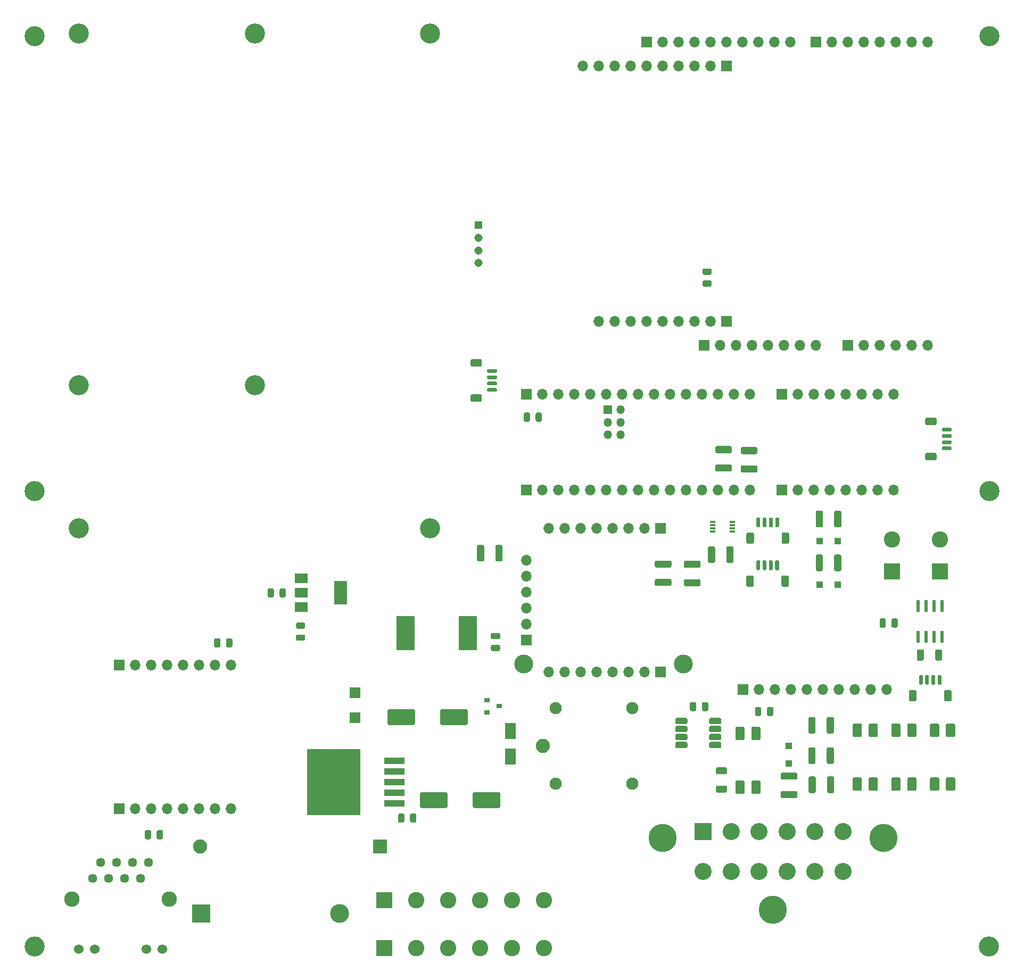
<source format=gbr>
%TF.GenerationSoftware,KiCad,Pcbnew,(5.1.12)-1*%
%TF.CreationDate,2022-02-13T14:46:26-06:00*%
%TF.ProjectId,AS12,41533132-2e6b-4696-9361-645f70636258,rev?*%
%TF.SameCoordinates,Original*%
%TF.FileFunction,Soldermask,Top*%
%TF.FilePolarity,Negative*%
%FSLAX46Y46*%
G04 Gerber Fmt 4.6, Leading zero omitted, Abs format (unit mm)*
G04 Created by KiCad (PCBNEW (5.1.12)-1) date 2022-02-13 14:46:26*
%MOMM*%
%LPD*%
G01*
G04 APERTURE LIST*
%ADD10C,1.950000*%
%ADD11C,2.250000*%
%ADD12C,3.200000*%
%ADD13R,1.800000X1.800000*%
%ADD14R,0.530000X1.980000*%
%ADD15R,1.800000X2.500000*%
%ADD16R,2.000000X1.500000*%
%ADD17R,2.000000X3.800000*%
%ADD18R,8.460000X10.530000*%
%ADD19R,3.210000X1.050000*%
%ADD20R,2.900000X5.400000*%
%ADD21C,2.600000*%
%ADD22R,2.600000X2.600000*%
%ADD23R,1.100000X1.100000*%
%ADD24O,1.700000X1.700000*%
%ADD25R,1.700000X1.700000*%
%ADD26C,2.445000*%
%ADD27C,1.530000*%
%ADD28C,1.446000*%
%ADD29R,2.250000X2.250000*%
%ADD30C,1.308000*%
%ADD31R,1.308000X1.308000*%
%ADD32C,3.000000*%
%ADD33R,0.900000X0.800000*%
%ADD34O,1.350000X1.350000*%
%ADD35R,1.350000X1.350000*%
%ADD36C,4.485000*%
%ADD37C,2.715000*%
%ADD38R,2.715000X2.715000*%
%ADD39R,0.850000X0.300000*%
%ADD40R,3.000000X3.000000*%
G04 APERTURE END LIST*
D10*
%TO.C,K1*%
X118628540Y-130497580D03*
X118628540Y-142497580D03*
X106428540Y-142497580D03*
D11*
X104428540Y-136497580D03*
D10*
X106428540Y-130497580D03*
%TD*%
D12*
%TO.C,REF\u002A\u002A*%
X58601220Y-23133960D03*
X58601220Y-79133960D03*
X30601220Y-79133960D03*
X30601220Y-23133960D03*
X86481220Y-23133960D03*
X86481220Y-101873960D03*
X30601220Y-101873960D03*
%TD*%
D13*
%TO.C,D2*%
X74554080Y-128065780D03*
X74554080Y-132065780D03*
%TD*%
D14*
%TO.C,U6*%
X167918160Y-119186020D03*
X166648160Y-119186020D03*
X165378160Y-119186020D03*
X164108160Y-119186020D03*
X164108160Y-114256020D03*
X165378160Y-114256020D03*
X166648160Y-114256020D03*
X167918160Y-114256020D03*
%TD*%
%TO.C,C6*%
G36*
G01*
X65417680Y-118786060D02*
X66367680Y-118786060D01*
G75*
G02*
X66617680Y-119036060I0J-250000D01*
G01*
X66617680Y-119536060D01*
G75*
G02*
X66367680Y-119786060I-250000J0D01*
G01*
X65417680Y-119786060D01*
G75*
G02*
X65167680Y-119536060I0J250000D01*
G01*
X65167680Y-119036060D01*
G75*
G02*
X65417680Y-118786060I250000J0D01*
G01*
G37*
G36*
G01*
X65417680Y-116886060D02*
X66367680Y-116886060D01*
G75*
G02*
X66617680Y-117136060I0J-250000D01*
G01*
X66617680Y-117636060D01*
G75*
G02*
X66367680Y-117886060I-250000J0D01*
G01*
X65417680Y-117886060D01*
G75*
G02*
X65167680Y-117636060I0J250000D01*
G01*
X65167680Y-117136060D01*
G75*
G02*
X65417680Y-116886060I250000J0D01*
G01*
G37*
%TD*%
%TO.C,J25*%
G36*
G01*
X163852500Y-127892899D02*
X163852500Y-129192901D01*
G75*
G02*
X163602501Y-129442900I-249999J0D01*
G01*
X162902499Y-129442900D01*
G75*
G02*
X162652500Y-129192901I0J249999D01*
G01*
X162652500Y-127892899D01*
G75*
G02*
X162902499Y-127642900I249999J0D01*
G01*
X163602501Y-127642900D01*
G75*
G02*
X163852500Y-127892899I0J-249999D01*
G01*
G37*
G36*
G01*
X169452500Y-127892899D02*
X169452500Y-129192901D01*
G75*
G02*
X169202501Y-129442900I-249999J0D01*
G01*
X168502499Y-129442900D01*
G75*
G02*
X168252500Y-129192901I0J249999D01*
G01*
X168252500Y-127892899D01*
G75*
G02*
X168502499Y-127642900I249999J0D01*
G01*
X169202501Y-127642900D01*
G75*
G02*
X169452500Y-127892899I0J-249999D01*
G01*
G37*
G36*
G01*
X164852500Y-125392900D02*
X164852500Y-126642900D01*
G75*
G02*
X164702500Y-126792900I-150000J0D01*
G01*
X164402500Y-126792900D01*
G75*
G02*
X164252500Y-126642900I0J150000D01*
G01*
X164252500Y-125392900D01*
G75*
G02*
X164402500Y-125242900I150000J0D01*
G01*
X164702500Y-125242900D01*
G75*
G02*
X164852500Y-125392900I0J-150000D01*
G01*
G37*
G36*
G01*
X165852500Y-125392900D02*
X165852500Y-126642900D01*
G75*
G02*
X165702500Y-126792900I-150000J0D01*
G01*
X165402500Y-126792900D01*
G75*
G02*
X165252500Y-126642900I0J150000D01*
G01*
X165252500Y-125392900D01*
G75*
G02*
X165402500Y-125242900I150000J0D01*
G01*
X165702500Y-125242900D01*
G75*
G02*
X165852500Y-125392900I0J-150000D01*
G01*
G37*
G36*
G01*
X166852500Y-125392900D02*
X166852500Y-126642900D01*
G75*
G02*
X166702500Y-126792900I-150000J0D01*
G01*
X166402500Y-126792900D01*
G75*
G02*
X166252500Y-126642900I0J150000D01*
G01*
X166252500Y-125392900D01*
G75*
G02*
X166402500Y-125242900I150000J0D01*
G01*
X166702500Y-125242900D01*
G75*
G02*
X166852500Y-125392900I0J-150000D01*
G01*
G37*
G36*
G01*
X167852500Y-125392900D02*
X167852500Y-126642900D01*
G75*
G02*
X167702500Y-126792900I-150000J0D01*
G01*
X167402500Y-126792900D01*
G75*
G02*
X167252500Y-126642900I0J150000D01*
G01*
X167252500Y-125392900D01*
G75*
G02*
X167402500Y-125242900I150000J0D01*
G01*
X167702500Y-125242900D01*
G75*
G02*
X167852500Y-125392900I0J-150000D01*
G01*
G37*
%TD*%
D12*
%TO.C, *%
X23548340Y-95972630D03*
%TD*%
%TO.C, *%
X175493680Y-95998030D03*
%TD*%
D15*
%TO.C,D4*%
X99260660Y-134184640D03*
X99260660Y-138184640D03*
%TD*%
D16*
%TO.C,IC3*%
X65960860Y-109830840D03*
X65960860Y-114430840D03*
X65960860Y-112130840D03*
D17*
X72260860Y-112130840D03*
%TD*%
D18*
%TO.C,IC2*%
X71153140Y-142298420D03*
D19*
X80783140Y-138898420D03*
X80783140Y-140598420D03*
X80783140Y-142298420D03*
X80783140Y-143998420D03*
X80783140Y-145698420D03*
%TD*%
%TO.C,C2*%
G36*
G01*
X82394640Y-147520640D02*
X82394640Y-148470640D01*
G75*
G02*
X82144640Y-148720640I-250000J0D01*
G01*
X81644640Y-148720640D01*
G75*
G02*
X81394640Y-148470640I0J250000D01*
G01*
X81394640Y-147520640D01*
G75*
G02*
X81644640Y-147270640I250000J0D01*
G01*
X82144640Y-147270640D01*
G75*
G02*
X82394640Y-147520640I0J-250000D01*
G01*
G37*
G36*
G01*
X84294640Y-147520640D02*
X84294640Y-148470640D01*
G75*
G02*
X84044640Y-148720640I-250000J0D01*
G01*
X83544640Y-148720640D01*
G75*
G02*
X83294640Y-148470640I0J250000D01*
G01*
X83294640Y-147520640D01*
G75*
G02*
X83544640Y-147270640I250000J0D01*
G01*
X84044640Y-147270640D01*
G75*
G02*
X84294640Y-147520640I0J-250000D01*
G01*
G37*
%TD*%
D20*
%TO.C,L1*%
X92498720Y-118574820D03*
X82598720Y-118574820D03*
%TD*%
%TO.C,C10*%
G36*
G01*
X84093300Y-130942840D02*
X84093300Y-132942840D01*
G75*
G02*
X83843300Y-133192840I-250000J0D01*
G01*
X79943300Y-133192840D01*
G75*
G02*
X79693300Y-132942840I0J250000D01*
G01*
X79693300Y-130942840D01*
G75*
G02*
X79943300Y-130692840I250000J0D01*
G01*
X83843300Y-130692840D01*
G75*
G02*
X84093300Y-130942840I0J-250000D01*
G01*
G37*
G36*
G01*
X92493300Y-130942840D02*
X92493300Y-132942840D01*
G75*
G02*
X92243300Y-133192840I-250000J0D01*
G01*
X88343300Y-133192840D01*
G75*
G02*
X88093300Y-132942840I0J250000D01*
G01*
X88093300Y-130942840D01*
G75*
G02*
X88343300Y-130692840I250000J0D01*
G01*
X92243300Y-130692840D01*
G75*
G02*
X92493300Y-130942840I0J-250000D01*
G01*
G37*
%TD*%
%TO.C,C9*%
G36*
G01*
X93269820Y-146143220D02*
X93269820Y-144143220D01*
G75*
G02*
X93519820Y-143893220I250000J0D01*
G01*
X97419820Y-143893220D01*
G75*
G02*
X97669820Y-144143220I0J-250000D01*
G01*
X97669820Y-146143220D01*
G75*
G02*
X97419820Y-146393220I-250000J0D01*
G01*
X93519820Y-146393220D01*
G75*
G02*
X93269820Y-146143220I0J250000D01*
G01*
G37*
G36*
G01*
X84869820Y-146143220D02*
X84869820Y-144143220D01*
G75*
G02*
X85119820Y-143893220I250000J0D01*
G01*
X89019820Y-143893220D01*
G75*
G02*
X89269820Y-144143220I0J-250000D01*
G01*
X89269820Y-146143220D01*
G75*
G02*
X89019820Y-146393220I-250000J0D01*
G01*
X85119820Y-146393220D01*
G75*
G02*
X84869820Y-146143220I0J250000D01*
G01*
G37*
%TD*%
%TO.C,R14*%
G36*
G01*
X150775240Y-101493901D02*
X150775240Y-99343899D01*
G75*
G02*
X151025239Y-99093900I249999J0D01*
G01*
X151650241Y-99093900D01*
G75*
G02*
X151900240Y-99343899I0J-249999D01*
G01*
X151900240Y-101493901D01*
G75*
G02*
X151650241Y-101743900I-249999J0D01*
G01*
X151025239Y-101743900D01*
G75*
G02*
X150775240Y-101493901I0J249999D01*
G01*
G37*
G36*
G01*
X147850240Y-101493901D02*
X147850240Y-99343899D01*
G75*
G02*
X148100239Y-99093900I249999J0D01*
G01*
X148725241Y-99093900D01*
G75*
G02*
X148975240Y-99343899I0J-249999D01*
G01*
X148975240Y-101493901D01*
G75*
G02*
X148725241Y-101743900I-249999J0D01*
G01*
X148100239Y-101743900D01*
G75*
G02*
X147850240Y-101493901I0J249999D01*
G01*
G37*
%TD*%
%TO.C,R13*%
G36*
G01*
X150775240Y-108465353D02*
X150775240Y-106315351D01*
G75*
G02*
X151025239Y-106065352I249999J0D01*
G01*
X151650241Y-106065352D01*
G75*
G02*
X151900240Y-106315351I0J-249999D01*
G01*
X151900240Y-108465353D01*
G75*
G02*
X151650241Y-108715352I-249999J0D01*
G01*
X151025239Y-108715352D01*
G75*
G02*
X150775240Y-108465353I0J249999D01*
G01*
G37*
G36*
G01*
X147850240Y-108465353D02*
X147850240Y-106315351D01*
G75*
G02*
X148100239Y-106065352I249999J0D01*
G01*
X148725241Y-106065352D01*
G75*
G02*
X148975240Y-106315351I0J-249999D01*
G01*
X148975240Y-108465353D01*
G75*
G02*
X148725241Y-108715352I-249999J0D01*
G01*
X148100239Y-108715352D01*
G75*
G02*
X147850240Y-108465353I0J249999D01*
G01*
G37*
%TD*%
D21*
%TO.C,KF2*%
X159990660Y-103659940D03*
X167610660Y-103659940D03*
D22*
X159990660Y-108739940D03*
X167610660Y-108739940D03*
%TD*%
D23*
%TO.C,D6*%
X151292740Y-110876080D03*
X148492740Y-110876080D03*
%TD*%
%TO.C,D5*%
X151292740Y-103904626D03*
X148492740Y-103904626D03*
%TD*%
%TO.C,R12*%
G36*
G01*
X132222079Y-142837740D02*
X133472081Y-142837740D01*
G75*
G02*
X133722080Y-143087739I0J-249999D01*
G01*
X133722080Y-143712741D01*
G75*
G02*
X133472081Y-143962740I-249999J0D01*
G01*
X132222079Y-143962740D01*
G75*
G02*
X131972080Y-143712741I0J249999D01*
G01*
X131972080Y-143087739D01*
G75*
G02*
X132222079Y-142837740I249999J0D01*
G01*
G37*
G36*
G01*
X132222079Y-139912740D02*
X133472081Y-139912740D01*
G75*
G02*
X133722080Y-140162739I0J-249999D01*
G01*
X133722080Y-140787741D01*
G75*
G02*
X133472081Y-141037740I-249999J0D01*
G01*
X132222079Y-141037740D01*
G75*
G02*
X131972080Y-140787741I0J249999D01*
G01*
X131972080Y-140162739D01*
G75*
G02*
X132222079Y-139912740I249999J0D01*
G01*
G37*
%TD*%
%TO.C,R11*%
G36*
G01*
X165038200Y-121432159D02*
X165038200Y-122682161D01*
G75*
G02*
X164788201Y-122932160I-249999J0D01*
G01*
X164163199Y-122932160D01*
G75*
G02*
X163913200Y-122682161I0J249999D01*
G01*
X163913200Y-121432159D01*
G75*
G02*
X164163199Y-121182160I249999J0D01*
G01*
X164788201Y-121182160D01*
G75*
G02*
X165038200Y-121432159I0J-249999D01*
G01*
G37*
G36*
G01*
X167963200Y-121432159D02*
X167963200Y-122682161D01*
G75*
G02*
X167713201Y-122932160I-249999J0D01*
G01*
X167088199Y-122932160D01*
G75*
G02*
X166838200Y-122682161I0J249999D01*
G01*
X166838200Y-121432159D01*
G75*
G02*
X167088199Y-121182160I249999J0D01*
G01*
X167713201Y-121182160D01*
G75*
G02*
X167963200Y-121432159I0J-249999D01*
G01*
G37*
%TD*%
%TO.C,U7*%
G36*
G01*
X137847180Y-142023000D02*
X138794380Y-142023000D01*
G75*
G02*
X139060780Y-142289400I0J-266400D01*
G01*
X139060780Y-143906600D01*
G75*
G02*
X138794380Y-144173000I-266400J0D01*
G01*
X137847180Y-144173000D01*
G75*
G02*
X137580780Y-143906600I0J266400D01*
G01*
X137580780Y-142289400D01*
G75*
G02*
X137847180Y-142023000I266400J0D01*
G01*
G37*
G36*
G01*
X135307180Y-142023000D02*
X136254380Y-142023000D01*
G75*
G02*
X136520780Y-142289400I0J-266400D01*
G01*
X136520780Y-143906600D01*
G75*
G02*
X136254380Y-144173000I-266400J0D01*
G01*
X135307180Y-144173000D01*
G75*
G02*
X135040780Y-143906600I0J266400D01*
G01*
X135040780Y-142289400D01*
G75*
G02*
X135307180Y-142023000I266400J0D01*
G01*
G37*
G36*
G01*
X135307180Y-133463000D02*
X136254380Y-133463000D01*
G75*
G02*
X136520780Y-133729400I0J-266400D01*
G01*
X136520780Y-135346600D01*
G75*
G02*
X136254380Y-135613000I-266400J0D01*
G01*
X135307180Y-135613000D01*
G75*
G02*
X135040780Y-135346600I0J266400D01*
G01*
X135040780Y-133729400D01*
G75*
G02*
X135307180Y-133463000I266400J0D01*
G01*
G37*
G36*
G01*
X137847180Y-133463000D02*
X138794380Y-133463000D01*
G75*
G02*
X139060780Y-133729400I0J-266400D01*
G01*
X139060780Y-135346600D01*
G75*
G02*
X138794380Y-135613000I-266400J0D01*
G01*
X137847180Y-135613000D01*
G75*
G02*
X137580780Y-135346600I0J266400D01*
G01*
X137580780Y-133729400D01*
G75*
G02*
X137847180Y-133463000I266400J0D01*
G01*
G37*
%TD*%
%TO.C,R10*%
G36*
G01*
X96878980Y-106929503D02*
X96878980Y-104779497D01*
G75*
G02*
X97128977Y-104529500I249997J0D01*
G01*
X97753983Y-104529500D01*
G75*
G02*
X98003980Y-104779497I0J-249997D01*
G01*
X98003980Y-106929503D01*
G75*
G02*
X97753983Y-107179500I-249997J0D01*
G01*
X97128977Y-107179500D01*
G75*
G02*
X96878980Y-106929503I0J249997D01*
G01*
G37*
G36*
G01*
X93953980Y-106929503D02*
X93953980Y-104779497D01*
G75*
G02*
X94203977Y-104529500I249997J0D01*
G01*
X94828983Y-104529500D01*
G75*
G02*
X95078980Y-104779497I0J-249997D01*
G01*
X95078980Y-106929503D01*
G75*
G02*
X94828983Y-107179500I-249997J0D01*
G01*
X94203977Y-107179500D01*
G75*
G02*
X93953980Y-106929503I0J249997D01*
G01*
G37*
%TD*%
%TO.C,C5*%
G36*
G01*
X129733460Y-130736360D02*
X129733460Y-129786360D01*
G75*
G02*
X129983460Y-129536360I250000J0D01*
G01*
X130483460Y-129536360D01*
G75*
G02*
X130733460Y-129786360I0J-250000D01*
G01*
X130733460Y-130736360D01*
G75*
G02*
X130483460Y-130986360I-250000J0D01*
G01*
X129983460Y-130986360D01*
G75*
G02*
X129733460Y-130736360I0J250000D01*
G01*
G37*
G36*
G01*
X127833460Y-130736360D02*
X127833460Y-129786360D01*
G75*
G02*
X128083460Y-129536360I250000J0D01*
G01*
X128583460Y-129536360D01*
G75*
G02*
X128833460Y-129786360I0J-250000D01*
G01*
X128833460Y-130736360D01*
G75*
G02*
X128583460Y-130986360I-250000J0D01*
G01*
X128083460Y-130986360D01*
G75*
G02*
X127833460Y-130736360I0J250000D01*
G01*
G37*
%TD*%
D24*
%TO.C,J24*%
X54795000Y-123679400D03*
X52255000Y-123679400D03*
X49715000Y-123679400D03*
X47175000Y-123679400D03*
X44635000Y-123679400D03*
X42095000Y-123679400D03*
X39555000Y-123679400D03*
D25*
X37015000Y-123679400D03*
%TD*%
D24*
%TO.C,J2*%
X54795000Y-146539400D03*
X52255000Y-146539400D03*
X49715000Y-146539400D03*
X47175000Y-146539400D03*
X44635000Y-146539400D03*
X42095000Y-146539400D03*
X39555000Y-146539400D03*
D25*
X37015000Y-146539400D03*
%TD*%
%TO.C,C13*%
G36*
G01*
X53136380Y-119651760D02*
X53136380Y-120601760D01*
G75*
G02*
X52886380Y-120851760I-250000J0D01*
G01*
X52386380Y-120851760D01*
G75*
G02*
X52136380Y-120601760I0J250000D01*
G01*
X52136380Y-119651760D01*
G75*
G02*
X52386380Y-119401760I250000J0D01*
G01*
X52886380Y-119401760D01*
G75*
G02*
X53136380Y-119651760I0J-250000D01*
G01*
G37*
G36*
G01*
X55036380Y-119651760D02*
X55036380Y-120601760D01*
G75*
G02*
X54786380Y-120851760I-250000J0D01*
G01*
X54286380Y-120851760D01*
G75*
G02*
X54036380Y-120601760I0J250000D01*
G01*
X54036380Y-119651760D01*
G75*
G02*
X54286380Y-119401760I250000J0D01*
G01*
X54786380Y-119401760D01*
G75*
G02*
X55036380Y-119651760I0J-250000D01*
G01*
G37*
%TD*%
%TO.C,U4*%
G36*
G01*
X130868760Y-136682760D02*
X130868760Y-136082760D01*
G75*
G02*
X131068760Y-135882760I200000J0D01*
G01*
X132618760Y-135882760D01*
G75*
G02*
X132818760Y-136082760I0J-200000D01*
G01*
X132818760Y-136682760D01*
G75*
G02*
X132618760Y-136882760I-200000J0D01*
G01*
X131068760Y-136882760D01*
G75*
G02*
X130868760Y-136682760I0J200000D01*
G01*
G37*
G36*
G01*
X130868760Y-135412760D02*
X130868760Y-134812760D01*
G75*
G02*
X131068760Y-134612760I200000J0D01*
G01*
X132618760Y-134612760D01*
G75*
G02*
X132818760Y-134812760I0J-200000D01*
G01*
X132818760Y-135412760D01*
G75*
G02*
X132618760Y-135612760I-200000J0D01*
G01*
X131068760Y-135612760D01*
G75*
G02*
X130868760Y-135412760I0J200000D01*
G01*
G37*
G36*
G01*
X130868760Y-132872760D02*
X130868760Y-132272760D01*
G75*
G02*
X131068760Y-132072760I200000J0D01*
G01*
X132618760Y-132072760D01*
G75*
G02*
X132818760Y-132272760I0J-200000D01*
G01*
X132818760Y-132872760D01*
G75*
G02*
X132618760Y-133072760I-200000J0D01*
G01*
X131068760Y-133072760D01*
G75*
G02*
X130868760Y-132872760I0J200000D01*
G01*
G37*
G36*
G01*
X127418760Y-136082760D02*
X127418760Y-136682760D01*
G75*
G02*
X127218760Y-136882760I-200000J0D01*
G01*
X125668760Y-136882760D01*
G75*
G02*
X125468760Y-136682760I0J200000D01*
G01*
X125468760Y-136082760D01*
G75*
G02*
X125668760Y-135882760I200000J0D01*
G01*
X127218760Y-135882760D01*
G75*
G02*
X127418760Y-136082760I0J-200000D01*
G01*
G37*
G36*
G01*
X125468760Y-135412760D02*
X125468760Y-134812760D01*
G75*
G02*
X125668760Y-134612760I200000J0D01*
G01*
X127218760Y-134612760D01*
G75*
G02*
X127418760Y-134812760I0J-200000D01*
G01*
X127418760Y-135412760D01*
G75*
G02*
X127218760Y-135612760I-200000J0D01*
G01*
X125668760Y-135612760D01*
G75*
G02*
X125468760Y-135412760I0J200000D01*
G01*
G37*
G36*
G01*
X125468760Y-132872760D02*
X125468760Y-132272760D01*
G75*
G02*
X125668760Y-132072760I200000J0D01*
G01*
X127218760Y-132072760D01*
G75*
G02*
X127418760Y-132272760I0J-200000D01*
G01*
X127418760Y-132872760D01*
G75*
G02*
X127218760Y-133072760I-200000J0D01*
G01*
X125668760Y-133072760D01*
G75*
G02*
X125468760Y-132872760I0J200000D01*
G01*
G37*
G36*
G01*
X130868760Y-134142760D02*
X130868760Y-133542760D01*
G75*
G02*
X131068760Y-133342760I200000J0D01*
G01*
X132618760Y-133342760D01*
G75*
G02*
X132818760Y-133542760I0J-200000D01*
G01*
X132818760Y-134142760D01*
G75*
G02*
X132618760Y-134342760I-200000J0D01*
G01*
X131068760Y-134342760D01*
G75*
G02*
X130868760Y-134142760I0J200000D01*
G01*
G37*
G36*
G01*
X125468760Y-134142760D02*
X125468760Y-133542760D01*
G75*
G02*
X125668760Y-133342760I200000J0D01*
G01*
X127218760Y-133342760D01*
G75*
G02*
X127418760Y-133542760I0J-200000D01*
G01*
X127418760Y-134142760D01*
G75*
G02*
X127218760Y-134342760I-200000J0D01*
G01*
X125668760Y-134342760D01*
G75*
G02*
X125468760Y-134142760I0J200000D01*
G01*
G37*
%TD*%
%TO.C,U2*%
G36*
G01*
X161065600Y-135113000D02*
X160118400Y-135113000D01*
G75*
G02*
X159852000Y-134846600I0J266400D01*
G01*
X159852000Y-133229400D01*
G75*
G02*
X160118400Y-132963000I266400J0D01*
G01*
X161065600Y-132963000D01*
G75*
G02*
X161332000Y-133229400I0J-266400D01*
G01*
X161332000Y-134846600D01*
G75*
G02*
X161065600Y-135113000I-266400J0D01*
G01*
G37*
G36*
G01*
X163605600Y-135113000D02*
X162658400Y-135113000D01*
G75*
G02*
X162392000Y-134846600I0J266400D01*
G01*
X162392000Y-133229400D01*
G75*
G02*
X162658400Y-132963000I266400J0D01*
G01*
X163605600Y-132963000D01*
G75*
G02*
X163872000Y-133229400I0J-266400D01*
G01*
X163872000Y-134846600D01*
G75*
G02*
X163605600Y-135113000I-266400J0D01*
G01*
G37*
G36*
G01*
X163605600Y-143673000D02*
X162658400Y-143673000D01*
G75*
G02*
X162392000Y-143406600I0J266400D01*
G01*
X162392000Y-141789400D01*
G75*
G02*
X162658400Y-141523000I266400J0D01*
G01*
X163605600Y-141523000D01*
G75*
G02*
X163872000Y-141789400I0J-266400D01*
G01*
X163872000Y-143406600D01*
G75*
G02*
X163605600Y-143673000I-266400J0D01*
G01*
G37*
G36*
G01*
X161065600Y-143673000D02*
X160118400Y-143673000D01*
G75*
G02*
X159852000Y-143406600I0J266400D01*
G01*
X159852000Y-141789400D01*
G75*
G02*
X160118400Y-141523000I266400J0D01*
G01*
X161065600Y-141523000D01*
G75*
G02*
X161332000Y-141789400I0J-266400D01*
G01*
X161332000Y-143406600D01*
G75*
G02*
X161065600Y-143673000I-266400J0D01*
G01*
G37*
%TD*%
%TO.C,U1*%
G36*
G01*
X154915600Y-135113000D02*
X153968400Y-135113000D01*
G75*
G02*
X153702000Y-134846600I0J266400D01*
G01*
X153702000Y-133229400D01*
G75*
G02*
X153968400Y-132963000I266400J0D01*
G01*
X154915600Y-132963000D01*
G75*
G02*
X155182000Y-133229400I0J-266400D01*
G01*
X155182000Y-134846600D01*
G75*
G02*
X154915600Y-135113000I-266400J0D01*
G01*
G37*
G36*
G01*
X157455600Y-135113000D02*
X156508400Y-135113000D01*
G75*
G02*
X156242000Y-134846600I0J266400D01*
G01*
X156242000Y-133229400D01*
G75*
G02*
X156508400Y-132963000I266400J0D01*
G01*
X157455600Y-132963000D01*
G75*
G02*
X157722000Y-133229400I0J-266400D01*
G01*
X157722000Y-134846600D01*
G75*
G02*
X157455600Y-135113000I-266400J0D01*
G01*
G37*
G36*
G01*
X157455600Y-143673000D02*
X156508400Y-143673000D01*
G75*
G02*
X156242000Y-143406600I0J266400D01*
G01*
X156242000Y-141789400D01*
G75*
G02*
X156508400Y-141523000I266400J0D01*
G01*
X157455600Y-141523000D01*
G75*
G02*
X157722000Y-141789400I0J-266400D01*
G01*
X157722000Y-143406600D01*
G75*
G02*
X157455600Y-143673000I-266400J0D01*
G01*
G37*
G36*
G01*
X154915600Y-143673000D02*
X153968400Y-143673000D01*
G75*
G02*
X153702000Y-143406600I0J266400D01*
G01*
X153702000Y-141789400D01*
G75*
G02*
X153968400Y-141523000I266400J0D01*
G01*
X154915600Y-141523000D01*
G75*
G02*
X155182000Y-141789400I0J-266400D01*
G01*
X155182000Y-143406600D01*
G75*
G02*
X154915600Y-143673000I-266400J0D01*
G01*
G37*
%TD*%
D26*
%TO.C,J12*%
X45006800Y-160873980D03*
X29516800Y-160873980D03*
D27*
X43886800Y-168823980D03*
X41346800Y-168823980D03*
X33176800Y-168823980D03*
X30636800Y-168823980D03*
D28*
X41706800Y-155033980D03*
X40436800Y-157573980D03*
X39166800Y-155033980D03*
X37896800Y-157573980D03*
X36626800Y-155033980D03*
X35356800Y-157573980D03*
X34086800Y-155033980D03*
X32816800Y-157573980D03*
%TD*%
D21*
%TO.C,KF1*%
X104622600Y-161034600D03*
X104622600Y-168654600D03*
X99542600Y-161034600D03*
X99542600Y-168654600D03*
X94462600Y-161034600D03*
X94462600Y-168654600D03*
X89382600Y-161034600D03*
X89382600Y-168654600D03*
X84302600Y-161034600D03*
X84302600Y-168654600D03*
D22*
X79222600Y-161034600D03*
X79222600Y-168654600D03*
%TD*%
D11*
%TO.C,D3*%
X49893620Y-152481280D03*
D29*
X78493620Y-152481280D03*
%TD*%
D12*
%TO.C, *%
X23548340Y-23535640D03*
%TD*%
%TO.C, *%
X175493680Y-23535640D03*
%TD*%
%TO.C, *%
X175394620Y-168460420D03*
%TD*%
%TO.C, *%
X23550880Y-168409620D03*
%TD*%
%TO.C,J15*%
G36*
G01*
X166810601Y-85480800D02*
X165510599Y-85480800D01*
G75*
G02*
X165260600Y-85230801I0J249999D01*
G01*
X165260600Y-84530799D01*
G75*
G02*
X165510599Y-84280800I249999J0D01*
G01*
X166810601Y-84280800D01*
G75*
G02*
X167060600Y-84530799I0J-249999D01*
G01*
X167060600Y-85230801D01*
G75*
G02*
X166810601Y-85480800I-249999J0D01*
G01*
G37*
G36*
G01*
X166810601Y-91080800D02*
X165510599Y-91080800D01*
G75*
G02*
X165260600Y-90830801I0J249999D01*
G01*
X165260600Y-90130799D01*
G75*
G02*
X165510599Y-89880800I249999J0D01*
G01*
X166810601Y-89880800D01*
G75*
G02*
X167060600Y-90130799I0J-249999D01*
G01*
X167060600Y-90830801D01*
G75*
G02*
X166810601Y-91080800I-249999J0D01*
G01*
G37*
G36*
G01*
X169310600Y-86480800D02*
X168060600Y-86480800D01*
G75*
G02*
X167910600Y-86330800I0J150000D01*
G01*
X167910600Y-86030800D01*
G75*
G02*
X168060600Y-85880800I150000J0D01*
G01*
X169310600Y-85880800D01*
G75*
G02*
X169460600Y-86030800I0J-150000D01*
G01*
X169460600Y-86330800D01*
G75*
G02*
X169310600Y-86480800I-150000J0D01*
G01*
G37*
G36*
G01*
X169310600Y-87480800D02*
X168060600Y-87480800D01*
G75*
G02*
X167910600Y-87330800I0J150000D01*
G01*
X167910600Y-87030800D01*
G75*
G02*
X168060600Y-86880800I150000J0D01*
G01*
X169310600Y-86880800D01*
G75*
G02*
X169460600Y-87030800I0J-150000D01*
G01*
X169460600Y-87330800D01*
G75*
G02*
X169310600Y-87480800I-150000J0D01*
G01*
G37*
G36*
G01*
X169310600Y-88480800D02*
X168060600Y-88480800D01*
G75*
G02*
X167910600Y-88330800I0J150000D01*
G01*
X167910600Y-88030800D01*
G75*
G02*
X168060600Y-87880800I150000J0D01*
G01*
X169310600Y-87880800D01*
G75*
G02*
X169460600Y-88030800I0J-150000D01*
G01*
X169460600Y-88330800D01*
G75*
G02*
X169310600Y-88480800I-150000J0D01*
G01*
G37*
G36*
G01*
X169310600Y-89480800D02*
X168060600Y-89480800D01*
G75*
G02*
X167910600Y-89330800I0J150000D01*
G01*
X167910600Y-89030800D01*
G75*
G02*
X168060600Y-88880800I150000J0D01*
G01*
X169310600Y-88880800D01*
G75*
G02*
X169460600Y-89030800I0J-150000D01*
G01*
X169460600Y-89330800D01*
G75*
G02*
X169310600Y-89480800I-150000J0D01*
G01*
G37*
%TD*%
%TO.C,C4*%
G36*
G01*
X96415840Y-120437060D02*
X97365840Y-120437060D01*
G75*
G02*
X97615840Y-120687060I0J-250000D01*
G01*
X97615840Y-121187060D01*
G75*
G02*
X97365840Y-121437060I-250000J0D01*
G01*
X96415840Y-121437060D01*
G75*
G02*
X96165840Y-121187060I0J250000D01*
G01*
X96165840Y-120687060D01*
G75*
G02*
X96415840Y-120437060I250000J0D01*
G01*
G37*
G36*
G01*
X96415840Y-118537060D02*
X97365840Y-118537060D01*
G75*
G02*
X97615840Y-118787060I0J-250000D01*
G01*
X97615840Y-119287060D01*
G75*
G02*
X97365840Y-119537060I-250000J0D01*
G01*
X96415840Y-119537060D01*
G75*
G02*
X96165840Y-119287060I0J250000D01*
G01*
X96165840Y-118787060D01*
G75*
G02*
X96415840Y-118537060I250000J0D01*
G01*
G37*
%TD*%
%TO.C,C1*%
G36*
G01*
X158988340Y-116486920D02*
X158988340Y-117436920D01*
G75*
G02*
X158738340Y-117686920I-250000J0D01*
G01*
X158238340Y-117686920D01*
G75*
G02*
X157988340Y-117436920I0J250000D01*
G01*
X157988340Y-116486920D01*
G75*
G02*
X158238340Y-116236920I250000J0D01*
G01*
X158738340Y-116236920D01*
G75*
G02*
X158988340Y-116486920I0J-250000D01*
G01*
G37*
G36*
G01*
X160888340Y-116486920D02*
X160888340Y-117436920D01*
G75*
G02*
X160638340Y-117686920I-250000J0D01*
G01*
X160138340Y-117686920D01*
G75*
G02*
X159888340Y-117436920I0J250000D01*
G01*
X159888340Y-116486920D01*
G75*
G02*
X160138340Y-116236920I250000J0D01*
G01*
X160638340Y-116236920D01*
G75*
G02*
X160888340Y-116486920I0J-250000D01*
G01*
G37*
%TD*%
D30*
%TO.C,J23*%
X94145100Y-59654700D03*
X94145100Y-57654700D03*
X94145100Y-55654700D03*
D31*
X94145100Y-53654700D03*
%TD*%
D32*
%TO.C,REF\u002A\u002A*%
X101408560Y-123496400D03*
X126808560Y-123496400D03*
%TD*%
%TO.C,U3*%
G36*
G01*
X167215600Y-135113000D02*
X166268400Y-135113000D01*
G75*
G02*
X166002000Y-134846600I0J266400D01*
G01*
X166002000Y-133229400D01*
G75*
G02*
X166268400Y-132963000I266400J0D01*
G01*
X167215600Y-132963000D01*
G75*
G02*
X167482000Y-133229400I0J-266400D01*
G01*
X167482000Y-134846600D01*
G75*
G02*
X167215600Y-135113000I-266400J0D01*
G01*
G37*
G36*
G01*
X169755600Y-135113000D02*
X168808400Y-135113000D01*
G75*
G02*
X168542000Y-134846600I0J266400D01*
G01*
X168542000Y-133229400D01*
G75*
G02*
X168808400Y-132963000I266400J0D01*
G01*
X169755600Y-132963000D01*
G75*
G02*
X170022000Y-133229400I0J-266400D01*
G01*
X170022000Y-134846600D01*
G75*
G02*
X169755600Y-135113000I-266400J0D01*
G01*
G37*
G36*
G01*
X169755600Y-143673000D02*
X168808400Y-143673000D01*
G75*
G02*
X168542000Y-143406600I0J266400D01*
G01*
X168542000Y-141789400D01*
G75*
G02*
X168808400Y-141523000I266400J0D01*
G01*
X169755600Y-141523000D01*
G75*
G02*
X170022000Y-141789400I0J-266400D01*
G01*
X170022000Y-143406600D01*
G75*
G02*
X169755600Y-143673000I-266400J0D01*
G01*
G37*
G36*
G01*
X167215600Y-143673000D02*
X166268400Y-143673000D01*
G75*
G02*
X166002000Y-143406600I0J266400D01*
G01*
X166002000Y-141789400D01*
G75*
G02*
X166268400Y-141523000I266400J0D01*
G01*
X167215600Y-141523000D01*
G75*
G02*
X167482000Y-141789400I0J-266400D01*
G01*
X167482000Y-143406600D01*
G75*
G02*
X167215600Y-143673000I-266400J0D01*
G01*
G37*
%TD*%
%TO.C,R9*%
G36*
G01*
X138311203Y-90082800D02*
X136161197Y-90082800D01*
G75*
G02*
X135911200Y-89832803I0J249997D01*
G01*
X135911200Y-89207797D01*
G75*
G02*
X136161197Y-88957800I249997J0D01*
G01*
X138311203Y-88957800D01*
G75*
G02*
X138561200Y-89207797I0J-249997D01*
G01*
X138561200Y-89832803D01*
G75*
G02*
X138311203Y-90082800I-249997J0D01*
G01*
G37*
G36*
G01*
X138311203Y-93007800D02*
X136161197Y-93007800D01*
G75*
G02*
X135911200Y-92757803I0J249997D01*
G01*
X135911200Y-92132797D01*
G75*
G02*
X136161197Y-91882800I249997J0D01*
G01*
X138311203Y-91882800D01*
G75*
G02*
X138561200Y-92132797I0J-249997D01*
G01*
X138561200Y-92757803D01*
G75*
G02*
X138311203Y-93007800I-249997J0D01*
G01*
G37*
%TD*%
%TO.C,R8*%
G36*
G01*
X134247203Y-89930400D02*
X132097197Y-89930400D01*
G75*
G02*
X131847200Y-89680403I0J249997D01*
G01*
X131847200Y-89055397D01*
G75*
G02*
X132097197Y-88805400I249997J0D01*
G01*
X134247203Y-88805400D01*
G75*
G02*
X134497200Y-89055397I0J-249997D01*
G01*
X134497200Y-89680403D01*
G75*
G02*
X134247203Y-89930400I-249997J0D01*
G01*
G37*
G36*
G01*
X134247203Y-92855400D02*
X132097197Y-92855400D01*
G75*
G02*
X131847200Y-92605403I0J249997D01*
G01*
X131847200Y-91980397D01*
G75*
G02*
X132097197Y-91730400I249997J0D01*
G01*
X134247203Y-91730400D01*
G75*
G02*
X134497200Y-91980397I0J-249997D01*
G01*
X134497200Y-92605403D01*
G75*
G02*
X134247203Y-92855400I-249997J0D01*
G01*
G37*
%TD*%
%TO.C,R7*%
G36*
G01*
X124643463Y-108146740D02*
X122493457Y-108146740D01*
G75*
G02*
X122243460Y-107896743I0J249997D01*
G01*
X122243460Y-107271737D01*
G75*
G02*
X122493457Y-107021740I249997J0D01*
G01*
X124643463Y-107021740D01*
G75*
G02*
X124893460Y-107271737I0J-249997D01*
G01*
X124893460Y-107896743D01*
G75*
G02*
X124643463Y-108146740I-249997J0D01*
G01*
G37*
G36*
G01*
X124643463Y-111071740D02*
X122493457Y-111071740D01*
G75*
G02*
X122243460Y-110821743I0J249997D01*
G01*
X122243460Y-110196737D01*
G75*
G02*
X122493457Y-109946740I249997J0D01*
G01*
X124643463Y-109946740D01*
G75*
G02*
X124893460Y-110196737I0J-249997D01*
G01*
X124893460Y-110821743D01*
G75*
G02*
X124643463Y-111071740I-249997J0D01*
G01*
G37*
%TD*%
%TO.C,R6*%
G36*
G01*
X129266263Y-108182840D02*
X127116257Y-108182840D01*
G75*
G02*
X126866260Y-107932843I0J249997D01*
G01*
X126866260Y-107307837D01*
G75*
G02*
X127116257Y-107057840I249997J0D01*
G01*
X129266263Y-107057840D01*
G75*
G02*
X129516260Y-107307837I0J-249997D01*
G01*
X129516260Y-107932843D01*
G75*
G02*
X129266263Y-108182840I-249997J0D01*
G01*
G37*
G36*
G01*
X129266263Y-111107840D02*
X127116257Y-111107840D01*
G75*
G02*
X126866260Y-110857843I0J249997D01*
G01*
X126866260Y-110232837D01*
G75*
G02*
X127116257Y-109982840I249997J0D01*
G01*
X129266263Y-109982840D01*
G75*
G02*
X129516260Y-110232837I0J-249997D01*
G01*
X129516260Y-110857843D01*
G75*
G02*
X129266263Y-111107840I-249997J0D01*
G01*
G37*
%TD*%
%TO.C,R5*%
G36*
G01*
X133620080Y-107158103D02*
X133620080Y-105008097D01*
G75*
G02*
X133870077Y-104758100I249997J0D01*
G01*
X134495083Y-104758100D01*
G75*
G02*
X134745080Y-105008097I0J-249997D01*
G01*
X134745080Y-107158103D01*
G75*
G02*
X134495083Y-107408100I-249997J0D01*
G01*
X133870077Y-107408100D01*
G75*
G02*
X133620080Y-107158103I0J249997D01*
G01*
G37*
G36*
G01*
X130695080Y-107158103D02*
X130695080Y-105008097D01*
G75*
G02*
X130945077Y-104758100I249997J0D01*
G01*
X131570083Y-104758100D01*
G75*
G02*
X131820080Y-105008097I0J-249997D01*
G01*
X131820080Y-107158103D01*
G75*
G02*
X131570083Y-107408100I-249997J0D01*
G01*
X130945077Y-107408100D01*
G75*
G02*
X130695080Y-107158103I0J249997D01*
G01*
G37*
%TD*%
%TO.C,R4*%
G36*
G01*
X142511197Y-143693720D02*
X144661203Y-143693720D01*
G75*
G02*
X144911200Y-143943717I0J-249997D01*
G01*
X144911200Y-144568723D01*
G75*
G02*
X144661203Y-144818720I-249997J0D01*
G01*
X142511197Y-144818720D01*
G75*
G02*
X142261200Y-144568723I0J249997D01*
G01*
X142261200Y-143943717D01*
G75*
G02*
X142511197Y-143693720I249997J0D01*
G01*
G37*
G36*
G01*
X142511197Y-140768720D02*
X144661203Y-140768720D01*
G75*
G02*
X144911200Y-141018717I0J-249997D01*
G01*
X144911200Y-141643723D01*
G75*
G02*
X144661203Y-141893720I-249997J0D01*
G01*
X142511197Y-141893720D01*
G75*
G02*
X142261200Y-141643723I0J249997D01*
G01*
X142261200Y-141018717D01*
G75*
G02*
X142511197Y-140768720I249997J0D01*
G01*
G37*
%TD*%
%TO.C,R3*%
G36*
G01*
X149591600Y-134323403D02*
X149591600Y-132173397D01*
G75*
G02*
X149841597Y-131923400I249997J0D01*
G01*
X150466603Y-131923400D01*
G75*
G02*
X150716600Y-132173397I0J-249997D01*
G01*
X150716600Y-134323403D01*
G75*
G02*
X150466603Y-134573400I-249997J0D01*
G01*
X149841597Y-134573400D01*
G75*
G02*
X149591600Y-134323403I0J249997D01*
G01*
G37*
G36*
G01*
X146666600Y-134323403D02*
X146666600Y-132173397D01*
G75*
G02*
X146916597Y-131923400I249997J0D01*
G01*
X147541603Y-131923400D01*
G75*
G02*
X147791600Y-132173397I0J-249997D01*
G01*
X147791600Y-134323403D01*
G75*
G02*
X147541603Y-134573400I-249997J0D01*
G01*
X146916597Y-134573400D01*
G75*
G02*
X146666600Y-134323403I0J249997D01*
G01*
G37*
%TD*%
%TO.C,R2*%
G36*
G01*
X149591600Y-139149403D02*
X149591600Y-136999397D01*
G75*
G02*
X149841597Y-136749400I249997J0D01*
G01*
X150466603Y-136749400D01*
G75*
G02*
X150716600Y-136999397I0J-249997D01*
G01*
X150716600Y-139149403D01*
G75*
G02*
X150466603Y-139399400I-249997J0D01*
G01*
X149841597Y-139399400D01*
G75*
G02*
X149591600Y-139149403I0J249997D01*
G01*
G37*
G36*
G01*
X146666600Y-139149403D02*
X146666600Y-136999397D01*
G75*
G02*
X146916597Y-136749400I249997J0D01*
G01*
X147541603Y-136749400D01*
G75*
G02*
X147791600Y-136999397I0J-249997D01*
G01*
X147791600Y-139149403D01*
G75*
G02*
X147541603Y-139399400I-249997J0D01*
G01*
X146916597Y-139399400D01*
G75*
G02*
X146666600Y-139149403I0J249997D01*
G01*
G37*
%TD*%
%TO.C,R1*%
G36*
G01*
X149642400Y-143772203D02*
X149642400Y-141622197D01*
G75*
G02*
X149892397Y-141372200I249997J0D01*
G01*
X150517403Y-141372200D01*
G75*
G02*
X150767400Y-141622197I0J-249997D01*
G01*
X150767400Y-143772203D01*
G75*
G02*
X150517403Y-144022200I-249997J0D01*
G01*
X149892397Y-144022200D01*
G75*
G02*
X149642400Y-143772203I0J249997D01*
G01*
G37*
G36*
G01*
X146717400Y-143772203D02*
X146717400Y-141622197D01*
G75*
G02*
X146967397Y-141372200I249997J0D01*
G01*
X147592403Y-141372200D01*
G75*
G02*
X147842400Y-141622197I0J-249997D01*
G01*
X147842400Y-143772203D01*
G75*
G02*
X147592403Y-144022200I-249997J0D01*
G01*
X146967397Y-144022200D01*
G75*
G02*
X146717400Y-143772203I0J249997D01*
G01*
G37*
%TD*%
D33*
%TO.C,Q1*%
X97507300Y-130195320D03*
X95507300Y-131145320D03*
X95507300Y-129245320D03*
%TD*%
D24*
%TO.C,J22*%
X165608000Y-24511000D03*
X163068000Y-24511000D03*
X160528000Y-24511000D03*
X157988000Y-24511000D03*
X155448000Y-24511000D03*
X152908000Y-24511000D03*
X150368000Y-24511000D03*
D25*
X147828000Y-24511000D03*
%TD*%
D24*
%TO.C,J21*%
X143768000Y-24511000D03*
X141228000Y-24511000D03*
X138688000Y-24511000D03*
X136148000Y-24511000D03*
X133608000Y-24511000D03*
X131068000Y-24511000D03*
X128528000Y-24511000D03*
X125988000Y-24511000D03*
X123448000Y-24511000D03*
D25*
X120908000Y-24511000D03*
%TD*%
D24*
%TO.C,J20*%
X110794800Y-28336400D03*
X113334800Y-28336400D03*
X115874800Y-28336400D03*
X118414800Y-28336400D03*
X120954800Y-28336400D03*
X123494800Y-28336400D03*
X126034800Y-28336400D03*
X128574800Y-28336400D03*
X131114800Y-28336400D03*
D25*
X133654800Y-28336400D03*
%TD*%
D24*
%TO.C,J19*%
X165608000Y-72771000D03*
X163068000Y-72771000D03*
X160528000Y-72771000D03*
X157988000Y-72771000D03*
X155448000Y-72771000D03*
D25*
X152908000Y-72771000D03*
%TD*%
D24*
%TO.C,J18*%
X147828000Y-72771000D03*
X145288000Y-72771000D03*
X142748000Y-72771000D03*
X140208000Y-72771000D03*
X137668000Y-72771000D03*
X135128000Y-72771000D03*
X132588000Y-72771000D03*
D25*
X130048000Y-72771000D03*
%TD*%
D24*
%TO.C,J17*%
X113334800Y-68986400D03*
X115874800Y-68986400D03*
X118414800Y-68986400D03*
X120954800Y-68986400D03*
X123494800Y-68986400D03*
X126034800Y-68986400D03*
X128574800Y-68986400D03*
X131114800Y-68986400D03*
D25*
X133654800Y-68986400D03*
%TD*%
%TO.C,J16*%
G36*
G01*
X94471401Y-76159000D02*
X93171399Y-76159000D01*
G75*
G02*
X92921400Y-75909001I0J249999D01*
G01*
X92921400Y-75208999D01*
G75*
G02*
X93171399Y-74959000I249999J0D01*
G01*
X94471401Y-74959000D01*
G75*
G02*
X94721400Y-75208999I0J-249999D01*
G01*
X94721400Y-75909001D01*
G75*
G02*
X94471401Y-76159000I-249999J0D01*
G01*
G37*
G36*
G01*
X94471401Y-81759000D02*
X93171399Y-81759000D01*
G75*
G02*
X92921400Y-81509001I0J249999D01*
G01*
X92921400Y-80808999D01*
G75*
G02*
X93171399Y-80559000I249999J0D01*
G01*
X94471401Y-80559000D01*
G75*
G02*
X94721400Y-80808999I0J-249999D01*
G01*
X94721400Y-81509001D01*
G75*
G02*
X94471401Y-81759000I-249999J0D01*
G01*
G37*
G36*
G01*
X96971400Y-77159000D02*
X95721400Y-77159000D01*
G75*
G02*
X95571400Y-77009000I0J150000D01*
G01*
X95571400Y-76709000D01*
G75*
G02*
X95721400Y-76559000I150000J0D01*
G01*
X96971400Y-76559000D01*
G75*
G02*
X97121400Y-76709000I0J-150000D01*
G01*
X97121400Y-77009000D01*
G75*
G02*
X96971400Y-77159000I-150000J0D01*
G01*
G37*
G36*
G01*
X96971400Y-78159000D02*
X95721400Y-78159000D01*
G75*
G02*
X95571400Y-78009000I0J150000D01*
G01*
X95571400Y-77709000D01*
G75*
G02*
X95721400Y-77559000I150000J0D01*
G01*
X96971400Y-77559000D01*
G75*
G02*
X97121400Y-77709000I0J-150000D01*
G01*
X97121400Y-78009000D01*
G75*
G02*
X96971400Y-78159000I-150000J0D01*
G01*
G37*
G36*
G01*
X96971400Y-79159000D02*
X95721400Y-79159000D01*
G75*
G02*
X95571400Y-79009000I0J150000D01*
G01*
X95571400Y-78709000D01*
G75*
G02*
X95721400Y-78559000I150000J0D01*
G01*
X96971400Y-78559000D01*
G75*
G02*
X97121400Y-78709000I0J-150000D01*
G01*
X97121400Y-79009000D01*
G75*
G02*
X96971400Y-79159000I-150000J0D01*
G01*
G37*
G36*
G01*
X96971400Y-80159000D02*
X95721400Y-80159000D01*
G75*
G02*
X95571400Y-80009000I0J150000D01*
G01*
X95571400Y-79709000D01*
G75*
G02*
X95721400Y-79559000I150000J0D01*
G01*
X96971400Y-79559000D01*
G75*
G02*
X97121400Y-79709000I0J-150000D01*
G01*
X97121400Y-80009000D01*
G75*
G02*
X96971400Y-80159000I-150000J0D01*
G01*
G37*
%TD*%
D24*
%TO.C,J14*%
X160248600Y-80594200D03*
X157708600Y-80594200D03*
X155168600Y-80594200D03*
X152628600Y-80594200D03*
X150088600Y-80594200D03*
X147548600Y-80594200D03*
X145008600Y-80594200D03*
D25*
X142468600Y-80594200D03*
%TD*%
D24*
%TO.C,J13*%
X137388600Y-80594200D03*
X134848600Y-80594200D03*
X132308600Y-80594200D03*
X129768600Y-80594200D03*
X127228600Y-80594200D03*
X124688600Y-80594200D03*
X122148600Y-80594200D03*
X119608600Y-80594200D03*
X117068600Y-80594200D03*
X114528600Y-80594200D03*
X111988600Y-80594200D03*
X109448600Y-80594200D03*
X106908600Y-80594200D03*
X104368600Y-80594200D03*
D25*
X101828600Y-80594200D03*
%TD*%
D34*
%TO.C,J11*%
X116798600Y-87032600D03*
X114798600Y-87032600D03*
X116798600Y-85032600D03*
X114798600Y-85032600D03*
X116798600Y-83032600D03*
D35*
X114798600Y-83032600D03*
%TD*%
D24*
%TO.C,J10*%
X160248600Y-95834200D03*
X157708600Y-95834200D03*
X155168600Y-95834200D03*
X152628600Y-95834200D03*
X150088600Y-95834200D03*
X147548600Y-95834200D03*
X145008600Y-95834200D03*
D25*
X142468600Y-95834200D03*
%TD*%
D24*
%TO.C,J9*%
X137388600Y-95834200D03*
X134848600Y-95834200D03*
X132308600Y-95834200D03*
X129768600Y-95834200D03*
X127228600Y-95834200D03*
X124688600Y-95834200D03*
X122148600Y-95834200D03*
X119608600Y-95834200D03*
X117068600Y-95834200D03*
X114528600Y-95834200D03*
X111988600Y-95834200D03*
X109448600Y-95834200D03*
X106908600Y-95834200D03*
X104368600Y-95834200D03*
D25*
X101828600Y-95834200D03*
%TD*%
%TO.C,J8*%
G36*
G01*
X137985140Y-109640459D02*
X137985140Y-110940461D01*
G75*
G02*
X137735141Y-111190460I-249999J0D01*
G01*
X137035139Y-111190460D01*
G75*
G02*
X136785140Y-110940461I0J249999D01*
G01*
X136785140Y-109640459D01*
G75*
G02*
X137035139Y-109390460I249999J0D01*
G01*
X137735141Y-109390460D01*
G75*
G02*
X137985140Y-109640459I0J-249999D01*
G01*
G37*
G36*
G01*
X143585140Y-109640459D02*
X143585140Y-110940461D01*
G75*
G02*
X143335141Y-111190460I-249999J0D01*
G01*
X142635139Y-111190460D01*
G75*
G02*
X142385140Y-110940461I0J249999D01*
G01*
X142385140Y-109640459D01*
G75*
G02*
X142635139Y-109390460I249999J0D01*
G01*
X143335141Y-109390460D01*
G75*
G02*
X143585140Y-109640459I0J-249999D01*
G01*
G37*
G36*
G01*
X138985140Y-107140460D02*
X138985140Y-108390460D01*
G75*
G02*
X138835140Y-108540460I-150000J0D01*
G01*
X138535140Y-108540460D01*
G75*
G02*
X138385140Y-108390460I0J150000D01*
G01*
X138385140Y-107140460D01*
G75*
G02*
X138535140Y-106990460I150000J0D01*
G01*
X138835140Y-106990460D01*
G75*
G02*
X138985140Y-107140460I0J-150000D01*
G01*
G37*
G36*
G01*
X139985140Y-107140460D02*
X139985140Y-108390460D01*
G75*
G02*
X139835140Y-108540460I-150000J0D01*
G01*
X139535140Y-108540460D01*
G75*
G02*
X139385140Y-108390460I0J150000D01*
G01*
X139385140Y-107140460D01*
G75*
G02*
X139535140Y-106990460I150000J0D01*
G01*
X139835140Y-106990460D01*
G75*
G02*
X139985140Y-107140460I0J-150000D01*
G01*
G37*
G36*
G01*
X140985140Y-107140460D02*
X140985140Y-108390460D01*
G75*
G02*
X140835140Y-108540460I-150000J0D01*
G01*
X140535140Y-108540460D01*
G75*
G02*
X140385140Y-108390460I0J150000D01*
G01*
X140385140Y-107140460D01*
G75*
G02*
X140535140Y-106990460I150000J0D01*
G01*
X140835140Y-106990460D01*
G75*
G02*
X140985140Y-107140460I0J-150000D01*
G01*
G37*
G36*
G01*
X141985140Y-107140460D02*
X141985140Y-108390460D01*
G75*
G02*
X141835140Y-108540460I-150000J0D01*
G01*
X141535140Y-108540460D01*
G75*
G02*
X141385140Y-108390460I0J150000D01*
G01*
X141385140Y-107140460D01*
G75*
G02*
X141535140Y-106990460I150000J0D01*
G01*
X141835140Y-106990460D01*
G75*
G02*
X141985140Y-107140460I0J-150000D01*
G01*
G37*
%TD*%
%TO.C,J7*%
G36*
G01*
X138010540Y-102807859D02*
X138010540Y-104107861D01*
G75*
G02*
X137760541Y-104357860I-249999J0D01*
G01*
X137060539Y-104357860D01*
G75*
G02*
X136810540Y-104107861I0J249999D01*
G01*
X136810540Y-102807859D01*
G75*
G02*
X137060539Y-102557860I249999J0D01*
G01*
X137760541Y-102557860D01*
G75*
G02*
X138010540Y-102807859I0J-249999D01*
G01*
G37*
G36*
G01*
X143610540Y-102807859D02*
X143610540Y-104107861D01*
G75*
G02*
X143360541Y-104357860I-249999J0D01*
G01*
X142660539Y-104357860D01*
G75*
G02*
X142410540Y-104107861I0J249999D01*
G01*
X142410540Y-102807859D01*
G75*
G02*
X142660539Y-102557860I249999J0D01*
G01*
X143360541Y-102557860D01*
G75*
G02*
X143610540Y-102807859I0J-249999D01*
G01*
G37*
G36*
G01*
X139010540Y-100307860D02*
X139010540Y-101557860D01*
G75*
G02*
X138860540Y-101707860I-150000J0D01*
G01*
X138560540Y-101707860D01*
G75*
G02*
X138410540Y-101557860I0J150000D01*
G01*
X138410540Y-100307860D01*
G75*
G02*
X138560540Y-100157860I150000J0D01*
G01*
X138860540Y-100157860D01*
G75*
G02*
X139010540Y-100307860I0J-150000D01*
G01*
G37*
G36*
G01*
X140010540Y-100307860D02*
X140010540Y-101557860D01*
G75*
G02*
X139860540Y-101707860I-150000J0D01*
G01*
X139560540Y-101707860D01*
G75*
G02*
X139410540Y-101557860I0J150000D01*
G01*
X139410540Y-100307860D01*
G75*
G02*
X139560540Y-100157860I150000J0D01*
G01*
X139860540Y-100157860D01*
G75*
G02*
X140010540Y-100307860I0J-150000D01*
G01*
G37*
G36*
G01*
X141010540Y-100307860D02*
X141010540Y-101557860D01*
G75*
G02*
X140860540Y-101707860I-150000J0D01*
G01*
X140560540Y-101707860D01*
G75*
G02*
X140410540Y-101557860I0J150000D01*
G01*
X140410540Y-100307860D01*
G75*
G02*
X140560540Y-100157860I150000J0D01*
G01*
X140860540Y-100157860D01*
G75*
G02*
X141010540Y-100307860I0J-150000D01*
G01*
G37*
G36*
G01*
X142010540Y-100307860D02*
X142010540Y-101557860D01*
G75*
G02*
X141860540Y-101707860I-150000J0D01*
G01*
X141560540Y-101707860D01*
G75*
G02*
X141410540Y-101557860I0J150000D01*
G01*
X141410540Y-100307860D01*
G75*
G02*
X141560540Y-100157860I150000J0D01*
G01*
X141860540Y-100157860D01*
G75*
G02*
X142010540Y-100307860I0J-150000D01*
G01*
G37*
%TD*%
D24*
%TO.C,J6*%
X105394760Y-124790200D03*
X107934760Y-124790200D03*
X110474760Y-124790200D03*
X113014760Y-124790200D03*
X115554760Y-124790200D03*
X118094760Y-124790200D03*
X120634760Y-124790200D03*
D25*
X123174760Y-124790200D03*
%TD*%
D24*
%TO.C,J5*%
X105394760Y-101930200D03*
X107934760Y-101930200D03*
X110474760Y-101930200D03*
X113014760Y-101930200D03*
X115554760Y-101930200D03*
X118094760Y-101930200D03*
X120634760Y-101930200D03*
D25*
X123174760Y-101930200D03*
%TD*%
D24*
%TO.C,J4*%
X101762560Y-107010200D03*
X101762560Y-109550200D03*
X101762560Y-112090200D03*
X101762560Y-114630200D03*
X101762560Y-117170200D03*
D25*
X101762560Y-119710200D03*
%TD*%
D36*
%TO.C,J3*%
X158576000Y-151159400D03*
X141036000Y-162589400D03*
X123496000Y-151159400D03*
D37*
X129921000Y-156489400D03*
X134366000Y-156489400D03*
X138811000Y-156489400D03*
X143261000Y-156489400D03*
X147706000Y-156489400D03*
X152151000Y-156489400D03*
X152151000Y-150139400D03*
X147706000Y-150139400D03*
X143261000Y-150139400D03*
X138811000Y-150139400D03*
X134366000Y-150139400D03*
D38*
X129921000Y-150139400D03*
%TD*%
D24*
%TO.C,J1*%
X159097980Y-127520700D03*
X156557980Y-127520700D03*
X154017980Y-127520700D03*
X151477980Y-127520700D03*
X148937980Y-127520700D03*
X146397980Y-127520700D03*
X143857980Y-127520700D03*
X141317980Y-127520700D03*
X138777980Y-127520700D03*
D25*
X136237980Y-127520700D03*
%TD*%
D39*
%TO.C,IC1*%
X131406700Y-102398260D03*
X131406700Y-101898260D03*
X131406700Y-101398260D03*
X131406700Y-100898260D03*
X134556700Y-100898260D03*
X134556700Y-101398260D03*
X134556700Y-101898260D03*
X134556700Y-102398260D03*
%TD*%
D32*
%TO.C,F1*%
X72102900Y-163203900D03*
D40*
X50102900Y-163203900D03*
%TD*%
D23*
%TO.C,D1*%
X143545560Y-136504220D03*
X143545560Y-139304220D03*
%TD*%
%TO.C,C12*%
G36*
G01*
X131023380Y-61548860D02*
X130073380Y-61548860D01*
G75*
G02*
X129823380Y-61298860I0J250000D01*
G01*
X129823380Y-60798860D01*
G75*
G02*
X130073380Y-60548860I250000J0D01*
G01*
X131023380Y-60548860D01*
G75*
G02*
X131273380Y-60798860I0J-250000D01*
G01*
X131273380Y-61298860D01*
G75*
G02*
X131023380Y-61548860I-250000J0D01*
G01*
G37*
G36*
G01*
X131023380Y-63448860D02*
X130073380Y-63448860D01*
G75*
G02*
X129823380Y-63198860I0J250000D01*
G01*
X129823380Y-62698860D01*
G75*
G02*
X130073380Y-62448860I250000J0D01*
G01*
X131023380Y-62448860D01*
G75*
G02*
X131273380Y-62698860I0J-250000D01*
G01*
X131273380Y-63198860D01*
G75*
G02*
X131023380Y-63448860I-250000J0D01*
G01*
G37*
%TD*%
%TO.C,C11*%
G36*
G01*
X103279360Y-84676000D02*
X103279360Y-83726000D01*
G75*
G02*
X103529360Y-83476000I250000J0D01*
G01*
X104029360Y-83476000D01*
G75*
G02*
X104279360Y-83726000I0J-250000D01*
G01*
X104279360Y-84676000D01*
G75*
G02*
X104029360Y-84926000I-250000J0D01*
G01*
X103529360Y-84926000D01*
G75*
G02*
X103279360Y-84676000I0J250000D01*
G01*
G37*
G36*
G01*
X101379360Y-84676000D02*
X101379360Y-83726000D01*
G75*
G02*
X101629360Y-83476000I250000J0D01*
G01*
X102129360Y-83476000D01*
G75*
G02*
X102379360Y-83726000I0J-250000D01*
G01*
X102379360Y-84676000D01*
G75*
G02*
X102129360Y-84926000I-250000J0D01*
G01*
X101629360Y-84926000D01*
G75*
G02*
X101379360Y-84676000I0J250000D01*
G01*
G37*
%TD*%
%TO.C,C8*%
G36*
G01*
X42102620Y-150180020D02*
X42102620Y-151130020D01*
G75*
G02*
X41852620Y-151380020I-250000J0D01*
G01*
X41352620Y-151380020D01*
G75*
G02*
X41102620Y-151130020I0J250000D01*
G01*
X41102620Y-150180020D01*
G75*
G02*
X41352620Y-149930020I250000J0D01*
G01*
X41852620Y-149930020D01*
G75*
G02*
X42102620Y-150180020I0J-250000D01*
G01*
G37*
G36*
G01*
X44002620Y-150180020D02*
X44002620Y-151130020D01*
G75*
G02*
X43752620Y-151380020I-250000J0D01*
G01*
X43252620Y-151380020D01*
G75*
G02*
X43002620Y-151130020I0J250000D01*
G01*
X43002620Y-150180020D01*
G75*
G02*
X43252620Y-149930020I250000J0D01*
G01*
X43752620Y-149930020D01*
G75*
G02*
X44002620Y-150180020I0J-250000D01*
G01*
G37*
%TD*%
%TO.C,C7*%
G36*
G01*
X61637760Y-111699020D02*
X61637760Y-112649020D01*
G75*
G02*
X61387760Y-112899020I-250000J0D01*
G01*
X60887760Y-112899020D01*
G75*
G02*
X60637760Y-112649020I0J250000D01*
G01*
X60637760Y-111699020D01*
G75*
G02*
X60887760Y-111449020I250000J0D01*
G01*
X61387760Y-111449020D01*
G75*
G02*
X61637760Y-111699020I0J-250000D01*
G01*
G37*
G36*
G01*
X63537760Y-111699020D02*
X63537760Y-112649020D01*
G75*
G02*
X63287760Y-112899020I-250000J0D01*
G01*
X62787760Y-112899020D01*
G75*
G02*
X62537760Y-112649020I0J250000D01*
G01*
X62537760Y-111699020D01*
G75*
G02*
X62787760Y-111449020I250000J0D01*
G01*
X63287760Y-111449020D01*
G75*
G02*
X63537760Y-111699020I0J-250000D01*
G01*
G37*
%TD*%
%TO.C,C3*%
G36*
G01*
X140078880Y-131516140D02*
X140078880Y-130566140D01*
G75*
G02*
X140328880Y-130316140I250000J0D01*
G01*
X140828880Y-130316140D01*
G75*
G02*
X141078880Y-130566140I0J-250000D01*
G01*
X141078880Y-131516140D01*
G75*
G02*
X140828880Y-131766140I-250000J0D01*
G01*
X140328880Y-131766140D01*
G75*
G02*
X140078880Y-131516140I0J250000D01*
G01*
G37*
G36*
G01*
X138178880Y-131516140D02*
X138178880Y-130566140D01*
G75*
G02*
X138428880Y-130316140I250000J0D01*
G01*
X138928880Y-130316140D01*
G75*
G02*
X139178880Y-130566140I0J-250000D01*
G01*
X139178880Y-131516140D01*
G75*
G02*
X138928880Y-131766140I-250000J0D01*
G01*
X138428880Y-131766140D01*
G75*
G02*
X138178880Y-131516140I0J250000D01*
G01*
G37*
%TD*%
M02*

</source>
